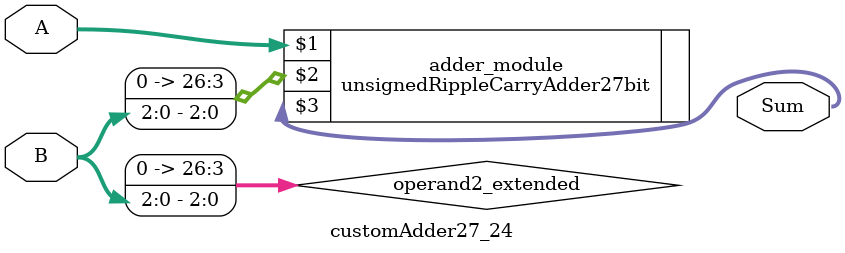
<source format=v>

module customAdder27_24(
                    input [26 : 0] A,
                    input [2 : 0] B,
                    
                    output [27 : 0] Sum
            );

    wire [26 : 0] operand2_extended;
    
    assign operand2_extended =  {24'b0, B};
    
    unsignedRippleCarryAdder27bit adder_module(
        A,
        operand2_extended,
        Sum
    );
    
endmodule
        
</source>
